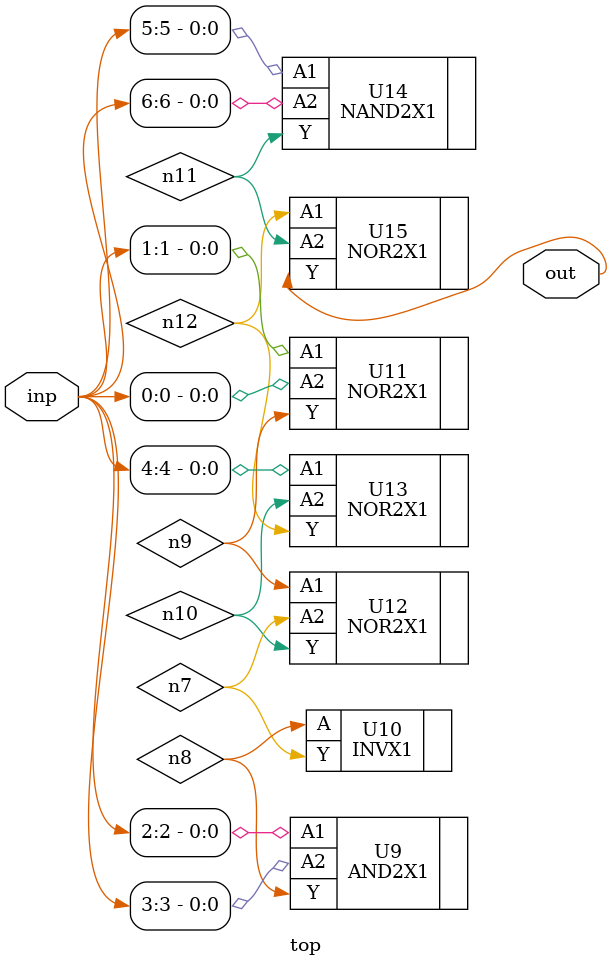
<source format=sv>


module top ( inp, out );
  input [6:0] inp;
  output out;
  wire   n7, n8, n9, n10, n11, n12;

  AND2X1 U9 ( .A1(inp[2]), .A2(inp[3]), .Y(n8) );
  INVX1 U10 ( .A(n8), .Y(n7) );
  NOR2X1 U11 ( .A1(inp[1]), .A2(inp[0]), .Y(n9) );
  NOR2X1 U12 ( .A1(n9), .A2(n7), .Y(n10) );
  NOR2X1 U13 ( .A1(inp[4]), .A2(n10), .Y(n12) );
  NAND2X1 U14 ( .A1(inp[5]), .A2(inp[6]), .Y(n11) );
  NOR2X1 U15 ( .A1(n12), .A2(n11), .Y(out) );
endmodule


</source>
